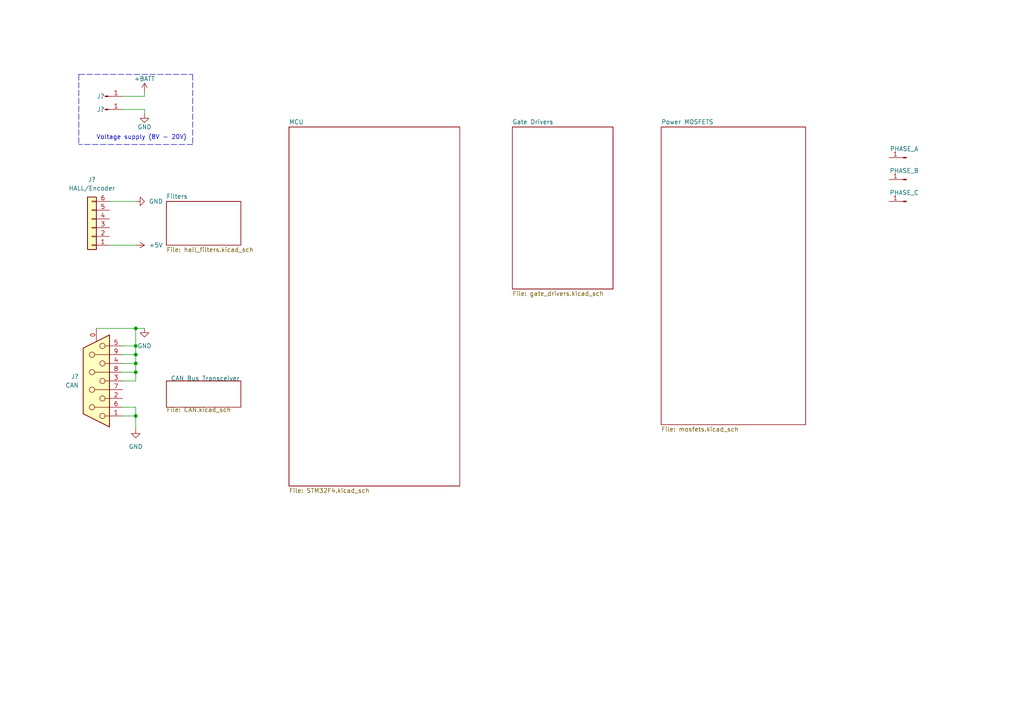
<source format=kicad_sch>
(kicad_sch (version 20211123) (generator eeschema)
  (paper "A4")
  (title_block (title "BLDC motor controller") (date "2022-12-11") (rev "1.0.0"))
  (lib_symbols
    (symbol "Connector:Conn_01x01_Male" (pin_names (offset 1.016) hide)
      (property "Reference" "J" (at 0 2.54 0))
      (property "Value" "Conn_01x01_Male" (at 0 -2.54 0))
      (symbol "Conn_01x01_Male_1_1"
        (polyline (pts (xy 1.27 0) (xy 0.8636 0)) (stroke (width 0.1524)))
        (rectangle (start 0.8636 0.127) (end 0 -0.127) (stroke (width 0.1524)) (fill (type outline)))
        (pin passive line (at 5.08 0 180) (length 3.81) (name "Pin_1") (number "1"))
      )
    )
    (symbol "Connector:DB9_Female_MountingHoles" (pin_names (offset 1.016) hide)
      (property "Reference" "J" (at 0 16.51 0))
      (property "Value" "DB9_Female_MountingHoles" (at 0 14.605 0))
      (symbol "DB9_Female_MountingHoles_0_1"
        (circle (center -1.778 -10.16) (radius 0.762))
        (circle (center -1.778 -5.08) (radius 0.762))
        (circle (center -1.778 0) (radius 0.762))
        (circle (center -1.778 5.08) (radius 0.762))
        (circle (center -1.778 10.16) (radius 0.762))
        (polyline (pts (xy -3.81 -10.16) (xy -2.54 -10.16)))
        (polyline (pts (xy -3.81 -7.62) (xy 0.508 -7.62)))
        (polyline (pts (xy -3.81 -5.08) (xy -2.54 -5.08)))
        (polyline (pts (xy -3.81 -2.54) (xy 0.508 -2.54)))
        (polyline (pts (xy -3.81 0) (xy -2.54 0)))
        (polyline (pts (xy -3.81 2.54) (xy 0.508 2.54)))
        (polyline (pts (xy -3.81 5.08) (xy -2.54 5.08)))
        (polyline (pts (xy -3.81 7.62) (xy 0.508 7.62)))
        (polyline (pts (xy -3.81 10.16) (xy -2.54 10.16)))
        (polyline (pts (xy -3.81 13.335) (xy -3.81 -13.335) (xy 3.81 -9.525) (xy 3.81 9.525) (xy -3.81 13.335)) (stroke (width 0.254)) (fill (type background)))
        (circle (center 1.27 -7.62) (radius 0.762))
        (circle (center 1.27 -2.54) (radius 0.762))
        (circle (center 1.27 2.54) (radius 0.762))
        (circle (center 1.27 7.62) (radius 0.762))
      )
      (symbol "DB9_Female_MountingHoles_1_1"
        (pin passive line (at 0 -15.24 90) (length 3.81) (name "PAD") (number "0"))
        (pin passive line (at -7.62 10.16 0) (length 3.81) (name "1") (number "1"))
        (pin passive line (at -7.62 5.08 0) (length 3.81) (name "2") (number "2"))
        (pin passive line (at -7.62 0 0) (length 3.81) (name "3") (number "3"))
        (pin passive line (at -7.62 -5.08 0) (length 3.81) (name "4") (number "4"))
        (pin passive line (at -7.62 -10.16 0) (length 3.81) (name "5") (number "5"))
        (pin passive line (at -7.62 7.62 0) (length 3.81) (name "6") (number "6"))
        (pin passive line (at -7.62 2.54 0) (length 3.81) (name "7") (number "7"))
        (pin passive line (at -7.62 -2.54 0) (length 3.81) (name "8") (number "8"))
        (pin passive line (at -7.62 -7.62 0) (length 3.81) (name "9") (number "9"))
      )
    )
    (symbol "Connector_Generic:Conn_01x06" (pin_names (offset 1.016) hide)
      (property "Reference" "J" (at 0 7.62 0))
      (property "Value" "Conn_01x06" (at 0 -10.16 0))
      (symbol "Conn_01x06_1_1"
        (rectangle (start -1.27 -7.493) (end 0 -7.747) (stroke (width 0.1524)))
        (rectangle (start -1.27 -4.953) (end 0 -5.207) (stroke (width 0.1524)))
        (rectangle (start -1.27 -2.413) (end 0 -2.667) (stroke (width 0.1524)))
        (rectangle (start -1.27 0.127) (end 0 -0.127) (stroke (width 0.1524)))
        (rectangle (start -1.27 2.667) (end 0 2.413) (stroke (width 0.1524)))
        (rectangle (start -1.27 5.207) (end 0 4.953) (stroke (width 0.1524)))
        (rectangle (start -1.27 6.35) (end 1.27 -8.89) (stroke (width 0.254)) (fill (type background)))
        (pin passive line (at -5.08 5.08 0) (length 3.81) (name "Pin_1") (number "1"))
        (pin passive line (at -5.08 2.54 0) (length 3.81) (name "Pin_2") (number "2"))
        (pin passive line (at -5.08 0 0) (length 3.81) (name "Pin_3") (number "3"))
        (pin passive line (at -5.08 -2.54 0) (length 3.81) (name "Pin_4") (number "4"))
        (pin passive line (at -5.08 -5.08 0) (length 3.81) (name "Pin_5") (number "5"))
        (pin passive line (at -5.08 -7.62 0) (length 3.81) (name "Pin_6") (number "6"))
      )
    )
    (symbol "power:+5V" (power) (pin_names (offset 0))
      (property "Value" "+5V" (at 0 3.556 0))
      (symbol "+5V_0_1"
        (polyline (pts (xy -0.762 1.27) (xy 0 2.54)))
        (polyline (pts (xy 0 0) (xy 0 2.54)))
        (polyline (pts (xy 0 2.54) (xy 0.762 1.27)))
      )
      (symbol "+5V_1_1"
        (pin power_in line (at 0 0 90) (length 0) hide (name "+5V") (number "1"))
      )
    )
    (symbol "power:+BATT" (power) (pin_names (offset 0))
      (property "Value" "+BATT" (at 0 3.556 0))
      (symbol "+BATT_0_1"
        (polyline (pts (xy -0.762 1.27) (xy 0 2.54)))
        (polyline (pts (xy 0 0) (xy 0 2.54)))
        (polyline (pts (xy 0 2.54) (xy 0.762 1.27)))
      )
      (symbol "+BATT_1_1"
        (pin power_in line (at 0 0 90) (length 0) hide (name "+BATT") (number "1"))
      )
    )
    (symbol "power:GND" (power) (pin_names (offset 0))
      (property "Value" "GND" (at 0 -3.81 0))
      (symbol "GND_0_1"
        (polyline (pts (xy 0 0) (xy 0 -1.27) (xy 1.27 -1.27) (xy 0 -2.54) (xy -1.27 -1.27) (xy 0 -1.27)))
      )
      (symbol "GND_1_1"
        (pin power_in line (at 0 0 270) (length 0) hide (name "GND") (number "1"))
      )
    )
  )
  (junction (at 39.37 102.87))
  (junction (at 39.37 95.25))
  (junction (at 39.37 120.65))
  (junction (at 39.37 100.33))
  (junction (at 39.37 107.95))
  (junction (at 39.37 105.41))
  (wire (pts (xy 35.56 107.95) (xy 39.37 107.95)))
  (wire (pts (xy 39.37 107.95) (xy 39.37 105.41)))
  (polyline (pts (xy 22.86 21.59) (xy 22.86 41.91)))
  (wire (pts (xy 35.56 110.49) (xy 39.37 110.49)))
  (wire (pts (xy 39.37 105.41) (xy 39.37 102.87)))
  (wire (pts (xy 39.37 110.49) (xy 39.37 107.95)))
  (wire (pts (xy 35.56 118.11) (xy 39.37 118.11)))
  (wire (pts (xy 39.37 95.25) (xy 41.91 95.25)))
  (wire (pts (xy 39.37 120.65) (xy 35.56 120.65)))
  (wire (pts (xy 39.37 100.33) (xy 39.37 102.87)))
  (wire (pts (xy 35.56 31.75) (xy 41.91 31.75)))
  (wire (pts (xy 31.75 71.12) (xy 39.37 71.12)))
  (wire (pts (xy 35.56 27.94) (xy 41.91 27.94)))
  (wire (pts (xy 31.75 58.42) (xy 39.37 58.42)))
  (polyline (pts (xy 55.88 21.59) (xy 55.88 41.91)))
  (wire (pts (xy 41.91 31.75) (xy 41.91 33.02)))
  (polyline (pts (xy 22.86 21.59) (xy 55.88 21.59)))
  (wire (pts (xy 39.37 120.65) (xy 39.37 124.46)))
  (wire (pts (xy 35.56 105.41) (xy 39.37 105.41)))
  (wire (pts (xy 39.37 118.11) (xy 39.37 120.65)))
  (wire (pts (xy 27.94 95.25) (xy 39.37 95.25)))
  (polyline (pts (xy 55.88 41.91) (xy 22.86 41.91)))
  (wire (pts (xy 39.37 95.25) (xy 39.37 100.33)))
  (wire (pts (xy 35.56 100.33) (xy 39.37 100.33)))
  (wire (pts (xy 41.91 26.67) (xy 41.91 27.94)))
  (wire (pts (xy 39.37 102.87) (xy 35.56 102.87)))
  (text "Voltage supply (8V - 20V) " (at 27.94 40.64 0) (effects (font (size 1.27 1.27)) (justify left bottom)))
  (symbol (lib_id "Connector:Conn_01x01_Male") (at 262.89 58.42 180) (unit 1)
    (property "Reference" "J?" (effects hide))
    (property "Value" "PHASE_C" (at 262.255 55.88 0))
  )
  (symbol (lib_id "Connector_Generic:Conn_01x06") (at 26.67 66.04 180) (unit 1)
    (property "Reference" "J?" (at 26.67 52.07 0))
    (property "Value" "HALL/Encoder" (at 26.67 54.61 0))
  )
  (symbol (lib_id "Connector:Conn_01x01_Male") (at 30.48 27.94 0) (unit 1)
    (property "Reference" "J?" (at 29.21 27.94 0))
    (property "Value" "VBATT" (effects hide))
  )
  (symbol (lib_id "Connector:Conn_01x01_Male") (at 262.89 52.07 180) (unit 1)
    (property "Reference" "J?" (effects hide))
    (property "Value" "PHASE_B" (at 262.255 49.53 0))
  )
  (symbol (lib_id "power:+BATT") (at 41.91 26.67 0) (unit 1)
    (property "Reference" "#PWR?" (effects hide))
    (property "Value" "+BATT" (at 41.91 22.86 0))
  )
  (symbol (lib_id "power:GND") (at 41.91 33.02 0) (unit 1)
    (property "Reference" "#PWR?" (effects hide))
    (property "Value" "GND" (at 41.91 36.83 0))
  )
  (symbol (lib_id "Connector:Conn_01x01_Male") (at 30.48 31.75 0) (unit 1)
    (property "Reference" "J?" (at 29.21 31.75 0))
    (property "Value" "GND" (effects hide))
  )
  (symbol (lib_id "power:GND") (at 39.37 124.46 0) (unit 1)
    (property "Reference" "#PWR?" (effects hide))
    (property "Value" "GND" (at 39.37 129.54 0))
  )
  (symbol (lib_id "power:+5V") (at 39.37 71.12 270) (unit 1)
    (property "Reference" "#PWR?" (effects hide))
    (property "Value" "+5V" (at 43.18 71.1199 90) (effects (justify left)))
  )
  (symbol (lib_id "Connector:Conn_01x01_Male") (at 262.89 45.72 180) (unit 1)
    (property "Reference" "J?" (effects hide))
    (property "Value" "PHASE_A" (at 262.255 43.18 0))
  )
  (symbol (lib_id "Connector:DB9_Female_MountingHoles") (at 27.94 110.49 180) (unit 1)
    (property "Reference" "J?" (at 22.86 109.2199 0) (effects (justify left)))
    (property "Value" "CAN" (at 22.86 111.7599 0) (effects (justify left)))
    (property "Datasheet" " ~" (effects hide))
  )
  (symbol (lib_id "power:GND") (at 39.37 58.42 90) (unit 1)
    (property "Reference" "#PWR?" (effects hide))
    (property "Value" "GND" (at 43.18 58.4199 90) (effects (justify right)))
  )
  (symbol (lib_id "power:GND") (at 41.91 95.25 0) (unit 1)
    (property "Reference" "#PWR?" (effects hide))
    (property "Value" "GND" (at 41.91 100.33 0))
  )
  (sheet (at 48.26 58.42) (size 21.59 12.7) (stroke (width 0.1524))
    (property "Sheet name" "Filters" (at 48.26 57.7084 0) (effects (justify left bottom)))
    (property "Sheet file" "hall_filters.kicad_sch" (at 48.26 71.7046 0) (effects (justify left top)))
  )
  (sheet (at 191.77 36.83) (size 41.91 86.36) (stroke (width 0.1524))
    (property "Sheet name" "Power MOSFETS" (at 191.77 36.1184 0) (effects (justify left bottom)))
    (property "Sheet file" "mosfets.kicad_sch" (at 191.77 123.7746 0) (effects (justify left top)))
  )
  (sheet (at 83.82 36.83) (size 49.53 104.14) (stroke (width 0.1524))
    (property "Sheet name" "MCU" (at 83.82 36.1184 0) (effects (justify left bottom)))
    (property "Sheet file" "STM32F4.kicad_sch" (at 83.82 141.5546 0) (effects (justify left top)))
  )
  (sheet (at 148.59 36.83) (size 29.21 46.99) (stroke (width 0.1524))
    (property "Sheet name" "Gate Drivers" (at 148.59 36.1184 0) (effects (justify left bottom)))
    (property "Sheet file" "gate_drivers.kicad_sch" (at 148.59 84.4046 0) (effects (justify left top)))
  )
  (sheet (at 48.26 110.49) (size 21.59 7.62) (stroke (width 0.1524))
    (property "Sheet name" "CAN Bus Transceiver" (at 49.53 110.49 0) (effects (justify left bottom)))
    (property "Sheet file" "CAN.kicad_sch" (at 48.26 118.11 0) (effects (justify left top)))
  )
)
</source>
